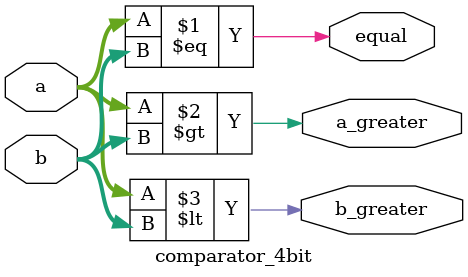
<source format=v>
module comparator_4bit (input [3:0] a,b,output  equal ,a_greater,b_greater);


assign     equal=(a==b);
assign a_greater=(a>b);
assign b_greater=(a<b);


endmodule



	




</source>
